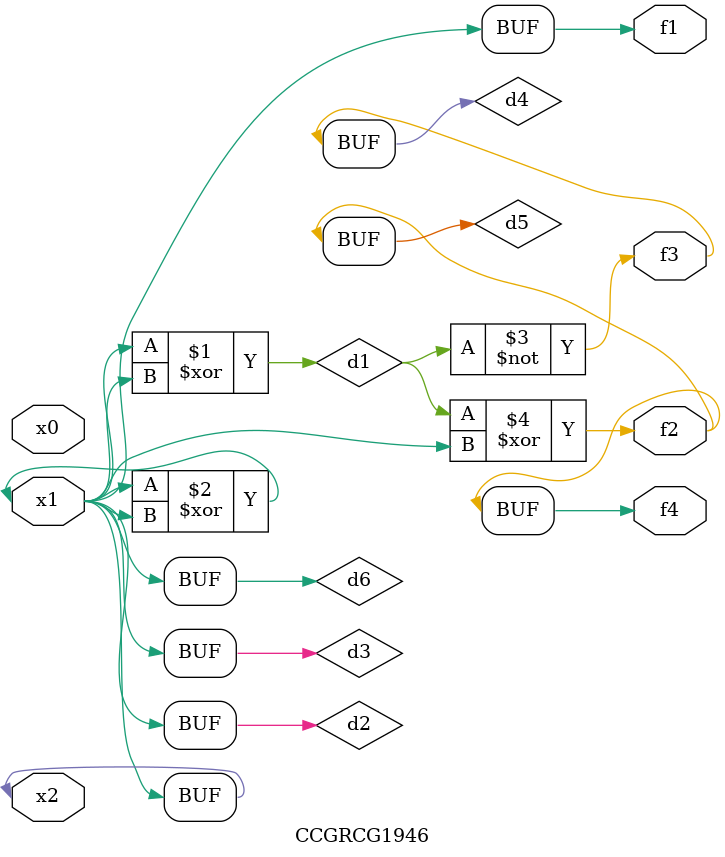
<source format=v>
module CCGRCG1946(
	input x0, x1, x2,
	output f1, f2, f3, f4
);

	wire d1, d2, d3, d4, d5, d6;

	xor (d1, x1, x2);
	buf (d2, x1, x2);
	xor (d3, x1, x2);
	nor (d4, d1);
	xor (d5, d1, d2);
	buf (d6, d2, d3);
	assign f1 = d6;
	assign f2 = d5;
	assign f3 = d4;
	assign f4 = d5;
endmodule

</source>
